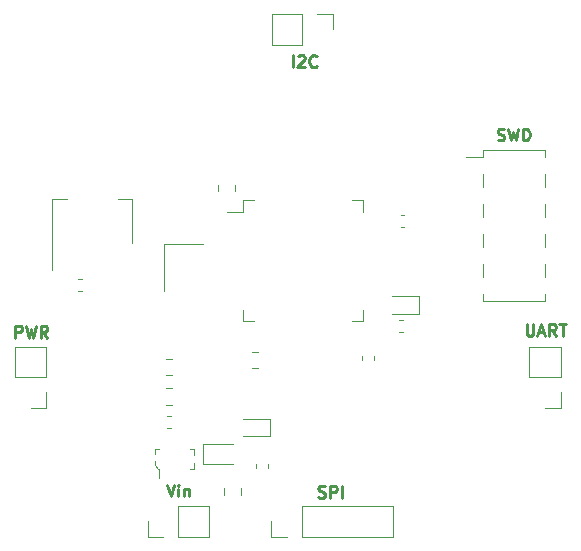
<source format=gbr>
G04 #@! TF.GenerationSoftware,KiCad,Pcbnew,(5.1.5)-3*
G04 #@! TF.CreationDate,2020-08-02T02:59:21-04:00*
G04 #@! TF.ProjectId,STM32F4,53544d33-3246-4342-9e6b-696361645f70,rev?*
G04 #@! TF.SameCoordinates,Original*
G04 #@! TF.FileFunction,Legend,Top*
G04 #@! TF.FilePolarity,Positive*
%FSLAX46Y46*%
G04 Gerber Fmt 4.6, Leading zero omitted, Abs format (unit mm)*
G04 Created by KiCad (PCBNEW (5.1.5)-3) date 2020-08-02 02:59:21*
%MOMM*%
%LPD*%
G04 APERTURE LIST*
%ADD10C,0.250000*%
%ADD11C,0.120000*%
%ADD12C,0.100000*%
G04 APERTURE END LIST*
D10*
X84176190Y-102904761D02*
X84319047Y-102952380D01*
X84557142Y-102952380D01*
X84652380Y-102904761D01*
X84700000Y-102857142D01*
X84747619Y-102761904D01*
X84747619Y-102666666D01*
X84700000Y-102571428D01*
X84652380Y-102523809D01*
X84557142Y-102476190D01*
X84366666Y-102428571D01*
X84271428Y-102380952D01*
X84223809Y-102333333D01*
X84176190Y-102238095D01*
X84176190Y-102142857D01*
X84223809Y-102047619D01*
X84271428Y-102000000D01*
X84366666Y-101952380D01*
X84604761Y-101952380D01*
X84747619Y-102000000D01*
X85176190Y-102952380D02*
X85176190Y-101952380D01*
X85557142Y-101952380D01*
X85652380Y-102000000D01*
X85700000Y-102047619D01*
X85747619Y-102142857D01*
X85747619Y-102285714D01*
X85700000Y-102380952D01*
X85652380Y-102428571D01*
X85557142Y-102476190D01*
X85176190Y-102476190D01*
X86176190Y-102952380D02*
X86176190Y-101952380D01*
X71326190Y-101852380D02*
X71659523Y-102852380D01*
X71992857Y-101852380D01*
X72326190Y-102852380D02*
X72326190Y-102185714D01*
X72326190Y-101852380D02*
X72278571Y-101900000D01*
X72326190Y-101947619D01*
X72373809Y-101900000D01*
X72326190Y-101852380D01*
X72326190Y-101947619D01*
X72802380Y-102185714D02*
X72802380Y-102852380D01*
X72802380Y-102280952D02*
X72850000Y-102233333D01*
X72945238Y-102185714D01*
X73088095Y-102185714D01*
X73183333Y-102233333D01*
X73230952Y-102328571D01*
X73230952Y-102852380D01*
X58516666Y-89402380D02*
X58516666Y-88402380D01*
X58897619Y-88402380D01*
X58992857Y-88450000D01*
X59040476Y-88497619D01*
X59088095Y-88592857D01*
X59088095Y-88735714D01*
X59040476Y-88830952D01*
X58992857Y-88878571D01*
X58897619Y-88926190D01*
X58516666Y-88926190D01*
X59421428Y-88402380D02*
X59659523Y-89402380D01*
X59850000Y-88688095D01*
X60040476Y-89402380D01*
X60278571Y-88402380D01*
X61230952Y-89402380D02*
X60897619Y-88926190D01*
X60659523Y-89402380D02*
X60659523Y-88402380D01*
X61040476Y-88402380D01*
X61135714Y-88450000D01*
X61183333Y-88497619D01*
X61230952Y-88592857D01*
X61230952Y-88735714D01*
X61183333Y-88830952D01*
X61135714Y-88878571D01*
X61040476Y-88926190D01*
X60659523Y-88926190D01*
X101804761Y-88252380D02*
X101804761Y-89061904D01*
X101852380Y-89157142D01*
X101900000Y-89204761D01*
X101995238Y-89252380D01*
X102185714Y-89252380D01*
X102280952Y-89204761D01*
X102328571Y-89157142D01*
X102376190Y-89061904D01*
X102376190Y-88252380D01*
X102804761Y-88966666D02*
X103280952Y-88966666D01*
X102709523Y-89252380D02*
X103042857Y-88252380D01*
X103376190Y-89252380D01*
X104280952Y-89252380D02*
X103947619Y-88776190D01*
X103709523Y-89252380D02*
X103709523Y-88252380D01*
X104090476Y-88252380D01*
X104185714Y-88300000D01*
X104233333Y-88347619D01*
X104280952Y-88442857D01*
X104280952Y-88585714D01*
X104233333Y-88680952D01*
X104185714Y-88728571D01*
X104090476Y-88776190D01*
X103709523Y-88776190D01*
X104566666Y-88252380D02*
X105138095Y-88252380D01*
X104852380Y-89252380D02*
X104852380Y-88252380D01*
X99342857Y-72654761D02*
X99485714Y-72702380D01*
X99723809Y-72702380D01*
X99819047Y-72654761D01*
X99866666Y-72607142D01*
X99914285Y-72511904D01*
X99914285Y-72416666D01*
X99866666Y-72321428D01*
X99819047Y-72273809D01*
X99723809Y-72226190D01*
X99533333Y-72178571D01*
X99438095Y-72130952D01*
X99390476Y-72083333D01*
X99342857Y-71988095D01*
X99342857Y-71892857D01*
X99390476Y-71797619D01*
X99438095Y-71750000D01*
X99533333Y-71702380D01*
X99771428Y-71702380D01*
X99914285Y-71750000D01*
X100247619Y-71702380D02*
X100485714Y-72702380D01*
X100676190Y-71988095D01*
X100866666Y-72702380D01*
X101104761Y-71702380D01*
X101485714Y-72702380D02*
X101485714Y-71702380D01*
X101723809Y-71702380D01*
X101866666Y-71750000D01*
X101961904Y-71845238D01*
X102009523Y-71940476D01*
X102057142Y-72130952D01*
X102057142Y-72273809D01*
X102009523Y-72464285D01*
X101961904Y-72559523D01*
X101866666Y-72654761D01*
X101723809Y-72702380D01*
X101485714Y-72702380D01*
X82023809Y-66502380D02*
X82023809Y-65502380D01*
X82452380Y-65597619D02*
X82500000Y-65550000D01*
X82595238Y-65502380D01*
X82833333Y-65502380D01*
X82928571Y-65550000D01*
X82976190Y-65597619D01*
X83023809Y-65692857D01*
X83023809Y-65788095D01*
X82976190Y-65930952D01*
X82404761Y-66502380D01*
X83023809Y-66502380D01*
X84023809Y-66407142D02*
X83976190Y-66454761D01*
X83833333Y-66502380D01*
X83738095Y-66502380D01*
X83595238Y-66454761D01*
X83500000Y-66359523D01*
X83452380Y-66264285D01*
X83404761Y-66073809D01*
X83404761Y-65930952D01*
X83452380Y-65740476D01*
X83500000Y-65645238D01*
X83595238Y-65550000D01*
X83738095Y-65502380D01*
X83833333Y-65502380D01*
X83976190Y-65550000D01*
X84023809Y-65597619D01*
D11*
X98136400Y-73498400D02*
X103336400Y-73498400D01*
X98136400Y-86318400D02*
X103336400Y-86318400D01*
X96696400Y-74068400D02*
X98136400Y-74068400D01*
X98136400Y-73498400D02*
X98136400Y-74068400D01*
X103336400Y-73498400D02*
X103336400Y-74068400D01*
X98136400Y-85748400D02*
X98136400Y-86318400D01*
X103336400Y-85748400D02*
X103336400Y-86318400D01*
X98136400Y-75588400D02*
X98136400Y-76608400D01*
X103336400Y-75588400D02*
X103336400Y-76608400D01*
X98136400Y-78128400D02*
X98136400Y-79148400D01*
X103336400Y-78128400D02*
X103336400Y-79148400D01*
X98136400Y-80668400D02*
X98136400Y-81688400D01*
X103336400Y-80668400D02*
X103336400Y-81688400D01*
X98136400Y-83208400D02*
X98136400Y-84228400D01*
X103336400Y-83208400D02*
X103336400Y-84228400D01*
X64170779Y-84453000D02*
X63845221Y-84453000D01*
X64170779Y-85473000D02*
X63845221Y-85473000D01*
X71242422Y-92594500D02*
X71759578Y-92594500D01*
X71242422Y-91174500D02*
X71759578Y-91174500D01*
X79058578Y-90590000D02*
X78541422Y-90590000D01*
X79058578Y-92010000D02*
X78541422Y-92010000D01*
X88910000Y-90937221D02*
X88910000Y-91262779D01*
X87890000Y-90937221D02*
X87890000Y-91262779D01*
X91137221Y-78990000D02*
X91462779Y-78990000D01*
X91137221Y-80010000D02*
X91462779Y-80010000D01*
X77813000Y-97763000D02*
X80098000Y-97763000D01*
X80098000Y-97763000D02*
X80098000Y-96293000D01*
X80098000Y-96293000D02*
X77813000Y-96293000D01*
X74382500Y-98400500D02*
X74382500Y-100100500D01*
X74382500Y-100100500D02*
X76932500Y-100100500D01*
X74382500Y-98400500D02*
X76932500Y-98400500D01*
X92685000Y-85904400D02*
X90400000Y-85904400D01*
X92685000Y-87374400D02*
X92685000Y-85904400D01*
X90400000Y-87374400D02*
X92685000Y-87374400D01*
X71338221Y-97093500D02*
X71663779Y-97093500D01*
X71338221Y-96073500D02*
X71663779Y-96073500D01*
X71305922Y-95071000D02*
X71823078Y-95071000D01*
X71305922Y-93651000D02*
X71823078Y-93651000D01*
X75680500Y-76474822D02*
X75680500Y-76991978D01*
X77100500Y-76474822D02*
X77100500Y-76991978D01*
X71111500Y-81464400D02*
X71111500Y-85464400D01*
X74411500Y-81464400D02*
X71111500Y-81464400D01*
X90484000Y-106295500D02*
X90484000Y-103635500D01*
X82804000Y-106295500D02*
X90484000Y-106295500D01*
X82804000Y-103635500D02*
X90484000Y-103635500D01*
X82804000Y-106295500D02*
X82804000Y-103635500D01*
X81534000Y-106295500D02*
X80204000Y-106295500D01*
X80204000Y-106295500D02*
X80204000Y-104965500D01*
X74926500Y-106295500D02*
X74926500Y-103635500D01*
X72326500Y-106295500D02*
X74926500Y-106295500D01*
X72326500Y-103635500D02*
X74926500Y-103635500D01*
X72326500Y-106295500D02*
X72326500Y-103635500D01*
X71056500Y-106295500D02*
X69726500Y-106295500D01*
X69726500Y-106295500D02*
X69726500Y-104965500D01*
X61147000Y-95373500D02*
X59817000Y-95373500D01*
X61147000Y-94043500D02*
X61147000Y-95373500D01*
X61147000Y-92773500D02*
X58487000Y-92773500D01*
X58487000Y-92773500D02*
X58487000Y-90173500D01*
X61147000Y-92773500D02*
X61147000Y-90173500D01*
X61147000Y-90173500D02*
X58487000Y-90173500D01*
X104708000Y-90173500D02*
X102048000Y-90173500D01*
X104708000Y-92773500D02*
X104708000Y-90173500D01*
X102048000Y-92773500D02*
X102048000Y-90173500D01*
X104708000Y-92773500D02*
X102048000Y-92773500D01*
X104708000Y-94043500D02*
X104708000Y-95373500D01*
X104708000Y-95373500D02*
X103378000Y-95373500D01*
X85430000Y-61970000D02*
X85430000Y-63300000D01*
X84100000Y-61970000D02*
X85430000Y-61970000D01*
X82830000Y-61970000D02*
X82830000Y-64630000D01*
X82830000Y-64630000D02*
X80230000Y-64630000D01*
X82830000Y-61970000D02*
X80230000Y-61970000D01*
X80230000Y-61970000D02*
X80230000Y-64630000D01*
D12*
X70359000Y-99870000D02*
X70359000Y-100145000D01*
X70359000Y-100145000D02*
X70634000Y-100520000D01*
X70634000Y-100520000D02*
X70684000Y-100520000D01*
X70684000Y-100520000D02*
X70684000Y-101295000D01*
X73659000Y-100045000D02*
X73659000Y-100520000D01*
X73659000Y-100520000D02*
X73309000Y-100520000D01*
X73434000Y-98870000D02*
X73309000Y-98870000D01*
X73359000Y-98870000D02*
X73659000Y-98870000D01*
X73659000Y-98870000D02*
X73659000Y-99320000D01*
X70359000Y-99245000D02*
X70359000Y-98870000D01*
X70359000Y-98870000D02*
X70659000Y-98870000D01*
D11*
X79885000Y-100429279D02*
X79885000Y-100103721D01*
X78865000Y-100429279D02*
X78865000Y-100103721D01*
X77608500Y-102166922D02*
X77608500Y-102684078D01*
X76188500Y-102166922D02*
X76188500Y-102684078D01*
X91037221Y-88910000D02*
X91362779Y-88910000D01*
X91037221Y-87890000D02*
X91362779Y-87890000D01*
X68434000Y-77630500D02*
X67174000Y-77630500D01*
X61614000Y-77630500D02*
X62874000Y-77630500D01*
X68434000Y-81390500D02*
X68434000Y-77630500D01*
X61614000Y-83640500D02*
X61614000Y-77630500D01*
X87027500Y-88002900D02*
X87977500Y-88002900D01*
X87977500Y-88002900D02*
X87977500Y-87052900D01*
X78707500Y-88002900D02*
X77757500Y-88002900D01*
X77757500Y-88002900D02*
X77757500Y-87052900D01*
X87027500Y-77782900D02*
X87977500Y-77782900D01*
X87977500Y-77782900D02*
X87977500Y-78732900D01*
X78707500Y-77782900D02*
X77757500Y-77782900D01*
X77757500Y-77782900D02*
X77757500Y-78732900D01*
X77757500Y-78732900D02*
X76417500Y-78732900D01*
M02*

</source>
